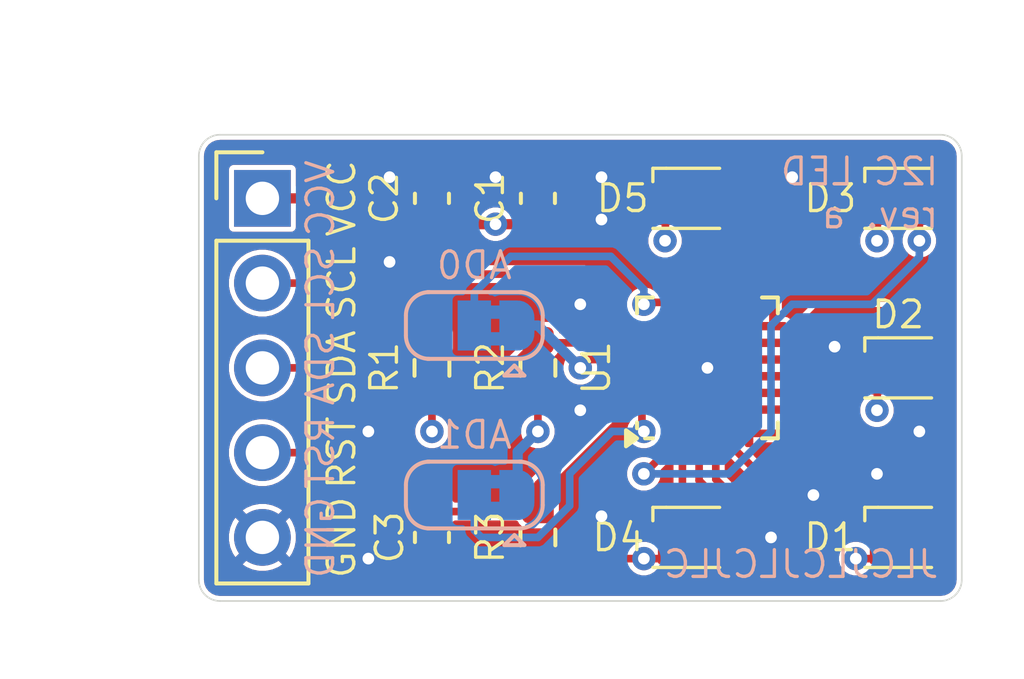
<source format=kicad_pcb>
(kicad_pcb (version 20241229) (generator "pcbnew") (generator_version "9.0")
  (title_block (title "${TITLE}") (rev "${REVISION}") (company "${COMPANY}") (comment 1 "${AUTHOR}") (comment 2 "${AUTHOR_EMAIL}") (comment 3 "${URL}"))
  (layers (0 "F.Cu" signal) (4 "In1.Cu" signal) (6 "In2.Cu" signal) (2 "B.Cu" signal) (13 "F.Paste" user) (15 "B.Paste" user) (5 "F.SilkS" user "F.Silkscreen") (7 "B.SilkS" user "B.Silkscreen") (1 "F.Mask" user) (3 "B.Mask" user) (25 "Edge.Cuts" user))
  (property "AUTHOR" "Lars Boegild Thomsen")
  (property "AUTHOR_EMAIL" "lbthomsen@gmail.com")
  (property "COMPANY" "STM32World")
  (property "REVISION" "a")
  (property "TITLE" "I2C LED")
  (property "URL" "https://stm32world.com/wiki/I2C_RGB_LED_Board")
  (net 0 "")
  (net 1 "GND")
  (net 2 "VCC")
  (net 3 "Net-(D1-RK)")
  (net 4 "Net-(D1-BK)")
  (net 5 "Net-(D1-GK)")
  (net 6 "Net-(D2-BK)")
  (net 7 "Net-(D2-GK)")
  (net 8 "Net-(D2-RK)")
  (net 9 "Net-(D3-GK)")
  (net 10 "Net-(D3-RK)")
  (net 11 "Net-(D3-BK)")
  (net 12 "Net-(D4-BK)")
  (net 13 "Net-(D4-GK)")
  (net 14 "Net-(D4-RK)")
  (net 15 "Net-(D5-BK)")
  (net 16 "Net-(D5-GK)")
  (net 17 "Net-(D5-RK)")
  (net 19 "/RSTN")
  (net 20 "/SCL")
  (net 21 "/SDA")
  (net 22 "AD0")
  (net 23 "AD1")
  (footprint "Capacitor_SMD:C_0603_1608Metric" (layer "F.Cu") (at 144.145 91.44 90)
    (property "Reference" "C1" (at 0 -1.43 90) (layer "F.SilkS") (effects (font (size 0.8 0.8) (thickness 0.1))))
    (property "Value" "1uF")
    (fp_line (start -0.14058 -0.51) (end 0.14058 -0.51) (stroke (width 0.12)) (layer "F.SilkS"))
    (fp_line (start -0.14058 0.51) (end 0.14058 0.51) (stroke (width 0.12)) (layer "F.SilkS"))
    (pad "1" smd roundrect (at -0.775 0 90) (size 0.9 0.95) (layers "F.Cu" "F.Mask" "F.Paste") (net 2 "VCC"))
    (pad "2" smd roundrect (at 0.775 0 90) (size 0.9 0.95) (layers "F.Cu" "F.Mask" "F.Paste") (net 1 "GND"))
  )
  (footprint "Resistor_SMD:R_0603_1608Metric" (layer "F.Cu") (at 144.145 96.52 90)
    (property "Reference" "R2" (at 0 -1.43 90) (layer "F.SilkS") (effects (font (size 0.8 0.8) (thickness 0.1))))
    (property "Value" "4k7")
    (fp_line (start -0.237258 -0.5225) (end 0.237258 -0.5225) (stroke (width 0.12)) (layer "F.SilkS"))
    (fp_line (start -0.237258 0.5225) (end 0.237258 0.5225) (stroke (width 0.12)) (layer "F.SilkS"))
    (pad "1" smd roundrect (at -0.825 0 90) (size 0.8 0.95) (layers "F.Cu" "F.Mask" "F.Paste") (net 2 "VCC"))
    (pad "2" smd roundrect (at 0.825 0 90) (size 0.8 0.95) (layers "F.Cu" "F.Mask" "F.Paste") (net 21 "/SDA"))
  )
  (footprint "i2c_led:RGB" (layer "F.Cu") (at 148.59 101.6)
    (property "Reference" "D4" (at -2.032 0 0) (layer "F.SilkS") (effects (font (size 0.8 0.8) (thickness 0.1))))
    (property "Value" "LED_RABG")
    (fp_line (start -1 -0.9) (end -1 -0.5) (stroke (width 0.1)) (layer "F.SilkS"))
    (fp_line (start -1 0.9) (end 1 0.9) (stroke (width 0.1)) (layer "F.SilkS"))
    (fp_line (start -0.6 -0.9) (end -1 -0.9) (stroke (width 0.1)) (layer "F.SilkS"))
    (fp_line (start -0.6 -0.9) (end 1 -0.9) (stroke (width 0.1)) (layer "F.SilkS"))
    (pad "1" smd roundrect (at -0.625 -0.475) (size 0.45 0.65) (layers "F.Cu" "F.Mask" "F.Paste") (roundrect_rratio 0.15) (net 14 "Net-(D4-RK)"))
    (pad "2" smd roundrect (at -0.625 0.475) (size 0.45 0.65) (layers "F.Cu" "F.Mask" "F.Paste") (roundrect_rratio 0.15) (net 2 "VCC"))
    (pad "3" smd roundrect (at 0.625 0.475) (size 0.45 0.65) (layers "F.Cu" "F.Mask" "F.Paste") (roundrect_rratio 0.15) (net 12 "Net-(D4-BK)"))
    (pad "4" smd roundrect (at 0.625 -0.475) (size 0.45 0.65) (layers "F.Cu" "F.Mask" "F.Paste") (roundrect_rratio 0.15) (net 13 "Net-(D4-GK)"))
  )
  (footprint "i2c_led:RGB" (layer "F.Cu") (at 154.94 101.6)
    (property "Reference" "D1" (at -2.032 0 0) (layer "F.SilkS") (effects (font (size 0.8 0.8) (thickness 0.1))))
    (property "Value" "LED_RABG")
    (fp_line (start -1 -0.9) (end -1 -0.5) (stroke (width 0.1)) (layer "F.SilkS"))
    (fp_line (start -1 0.9) (end 1 0.9) (stroke (width 0.1)) (layer "F.SilkS"))
    (fp_line (start -0.6 -0.9) (end -1 -0.9) (stroke (width 0.1)) (layer "F.SilkS"))
    (fp_line (start -0.6 -0.9) (end 1 -0.9) (stroke (width 0.1)) (layer "F.SilkS"))
    (pad "1" smd roundrect (at -0.625 -0.475) (size 0.45 0.65) (layers "F.Cu" "F.Mask" "F.Paste") (roundrect_rratio 0.15) (net 3 "Net-(D1-RK)"))
    (pad "2" smd roundrect (at -0.625 0.475) (size 0.45 0.65) (layers "F.Cu" "F.Mask" "F.Paste") (roundrect_rratio 0.15) (net 2 "VCC"))
    (pad "3" smd roundrect (at 0.625 0.475) (size 0.45 0.65) (layers "F.Cu" "F.Mask" "F.Paste") (roundrect_rratio 0.15) (net 4 "Net-(D1-BK)"))
    (pad "4" smd roundrect (at 0.625 -0.475) (size 0.45 0.65) (layers "F.Cu" "F.Mask" "F.Paste") (roundrect_rratio 0.15) (net 5 "Net-(D1-GK)"))
  )
  (footprint "Package_DFN_QFN:QFN-24-1EP_4x4mm_P0.5mm_EP2.7x2.7mm" (layer "F.Cu") (at 149.225 96.52 90)
    (property "Reference" "U1" (at 0 -3.33 90) (layer "F.SilkS") (effects (font (size 0.8 0.8) (thickness 0.1))))
    (property "Value" "AW9523B")
    (fp_line (start 2.11 -2.11) (end 2.11 -1.635) (stroke (width 0.12)) (layer "F.SilkS"))
    (fp_line (start 1.635 -2.11) (end 2.11 -2.11) (stroke (width 0.12)) (layer "F.SilkS"))
    (fp_line (start -1.635 -2.11) (end -1.81 -2.11) (stroke (width 0.12)) (layer "F.SilkS"))
    (fp_line (start -2.11 -1.635) (end -2.11 -1.87) (stroke (width 0.12)) (layer "F.SilkS"))
    (fp_line (start 2.11 2.11) (end 2.11 1.635) (stroke (width 0.12)) (layer "F.SilkS"))
    (fp_line (start 1.635 2.11) (end 2.11 2.11) (stroke (width 0.12)) (layer "F.SilkS"))
    (fp_line (start -1.635 2.11) (end -2.11 2.11) (stroke (width 0.12)) (layer "F.SilkS"))
    (fp_line (start -2.11 2.11) (end -2.11 1.635) (stroke (width 0.12)) (layer "F.SilkS"))
    (fp_poly (pts (xy -2.11 -2.11) (xy -2.35 -2.44) (xy -1.87 -2.44)) (stroke (width 0.12)) (fill yes) (layer "F.SilkS"))
    (pad "1" smd roundrect (at -1.9625 -1.25 90) (size 0.825 0.25) (layers "F.Cu" "F.Mask" "F.Paste") (net 11 "Net-(D3-BK)"))
    (pad "2" smd roundrect (at -1.9625 -0.75 90) (size 0.825 0.25) (layers "F.Cu" "F.Mask" "F.Paste") (net 14 "Net-(D4-RK)"))
    (pad "3" smd roundrect (at -1.9625 -0.25 90) (size 0.825 0.25) (layers "F.Cu" "F.Mask" "F.Paste") (net 13 "Net-(D4-GK)"))
    (pad "4" smd roundrect (at -1.9625 0.25 90) (size 0.825 0.25) (layers "F.Cu" "F.Mask" "F.Paste") (net 12 "Net-(D4-BK)"))
    (pad "5" smd roundrect (at -1.9625 0.75 90) (size 0.825 0.25) (layers "F.Cu" "F.Mask" "F.Paste") (net 3 "Net-(D1-RK)"))
    (pad "6" smd roundrect (at -1.9625 1.25 90) (size 0.825 0.25) (layers "F.Cu" "F.Mask" "F.Paste") (net 5 "Net-(D1-GK)"))
    (pad "7" smd roundrect (at -1.25 1.9625 90) (size 0.25 0.825) (layers "F.Cu" "F.Mask" "F.Paste") (net 4 "Net-(D1-BK)"))
    (pad "8" smd roundrect (at -0.75 1.9625 90) (size 0.25 0.825) (layers "F.Cu" "F.Mask" "F.Paste") (net 8 "Net-(D2-RK)"))
    (pad "9" smd roundrect (at -0.25 1.9625 90) (size 0.25 0.825) (layers "F.Cu" "F.Mask" "F.Paste") (net 1 "GND"))
    (pad "10" smd roundrect (at 0.25 1.9625 90) (size 0.25 0.825) (layers "F.Cu" "F.Mask" "F.Paste") (net 7 "Net-(D2-GK)"))
    (pad "11" smd roundrect (at 0.75 1.9625 90) (size 0.25 0.825) (layers "F.Cu" "F.Mask" "F.Paste") (net 6 "Net-(D2-BK)"))
    (pad "12" smd roundrect (at 1.25 1.9625 90) (size 0.25 0.825) (layers "F.Cu" "F.Mask" "F.Paste") (net 10 "Net-(D3-RK)"))
    (pad "13" smd roundrect (at 1.9625 1.25 90) (size 0.825 0.25) (layers "F.Cu" "F.Mask" "F.Paste") (net 9 "Net-(D3-GK)"))
    (pad "14" smd roundrect (at 1.9625 0.75 90) (size 0.825 0.25) (layers "F.Cu" "F.Mask" "F.Paste") (net 17 "Net-(D5-RK)"))
    (pad "15" smd roundrect (at 1.9625 0.25 90) (size 0.825 0.25) (layers "F.Cu" "F.Mask" "F.Paste") (net 16 "Net-(D5-GK)"))
    (pad "16" smd roundrect (at 1.9625 -0.25 90) (size 0.825 0.25) (layers "F.Cu" "F.Mask" "F.Paste") (net 15 "Net-(D5-BK)"))
    (pad "17" smd roundrect (at 1.9625 -0.75 90) (size 0.825 0.25) (layers "F.Cu" "F.Mask" "F.Paste"))
    (pad "18" smd roundrect (at 1.9625 -1.25 90) (size 0.825 0.25) (layers "F.Cu" "F.Mask" "F.Paste") (net 22 "AD0"))
    (pad "19" smd roundrect (at 1.25 -1.9625 90) (size 0.25 0.825) (layers "F.Cu" "F.Mask" "F.Paste") (net 20 "/SCL"))
    (pad "20" smd roundrect (at 0.75 -1.9625 90) (size 0.25 0.825) (layers "F.Cu" "F.Mask" "F.Paste") (net 21 "/SDA"))
    (pad "21" smd roundrect (at 0.25 -1.9625 90) (size 0.25 0.825) (layers "F.Cu" "F.Mask" "F.Paste") (net 2 "VCC"))
    (pad "22" smd roundrect (at -0.25 -1.9625 90) (size 0.25 0.825) (layers "F.Cu" "F.Mask" "F.Paste") (net 1 "GND"))
    (pad "23" smd roundrect (at -0.75 -1.9625 90) (size 0.25 0.825) (layers "F.Cu" "F.Mask" "F.Paste") (net 19 "/RSTN"))
    (pad "24" smd roundrect (at -1.25 -1.9625 90) (size 0.25 0.825) (layers "F.Cu" "F.Mask" "F.Paste") (net 23 "AD1"))
    (pad "25" smd rect (at 0 0 90) (size 2.7 2.7) (property pad_prop_heatsink) (layers "F.Cu" "F.Mask") (net 1 "GND"))
  )
  (footprint "i2c_led:RGB" (layer "F.Cu") (at 154.94 91.44)
    (property "Reference" "D3" (at -2.032 0 0) (layer "F.SilkS") (effects (font (size 0.8 0.8) (thickness 0.1))))
    (property "Value" "LED_RABG")
    (fp_line (start -1 -0.9) (end -1 -0.5) (stroke (width 0.1)) (layer "F.SilkS"))
    (fp_line (start -1 0.9) (end 1 0.9) (stroke (width 0.1)) (layer "F.SilkS"))
    (fp_line (start -0.6 -0.9) (end -1 -0.9) (stroke (width 0.1)) (layer "F.SilkS"))
    (fp_line (start -0.6 -0.9) (end 1 -0.9) (stroke (width 0.1)) (layer "F.SilkS"))
    (pad "1" smd roundrect (at -0.625 -0.475) (size 0.45 0.65) (layers "F.Cu" "F.Mask" "F.Paste") (roundrect_rratio 0.15) (net 10 "Net-(D3-RK)"))
    (pad "2" smd roundrect (at -0.625 0.475) (size 0.45 0.65) (layers "F.Cu" "F.Mask" "F.Paste") (roundrect_rratio 0.15) (net 2 "VCC"))
    (pad "3" smd roundrect (at 0.625 0.475) (size 0.45 0.65) (layers "F.Cu" "F.Mask" "F.Paste") (roundrect_rratio 0.15) (net 11 "Net-(D3-BK)"))
    (pad "4" smd roundrect (at 0.625 -0.475) (size 0.45 0.65) (layers "F.Cu" "F.Mask" "F.Paste") (roundrect_rratio 0.15) (net 9 "Net-(D3-GK)"))
  )
  (footprint "i2c_led:RGB" (layer "F.Cu") (at 148.59 91.44)
    (property "Reference" "D5" (at -1.905 0 0) (layer "F.SilkS") (effects (font (size 0.8 0.8) (thickness 0.1))))
    (property "Value" "LED_RABG")
    (fp_line (start -1 -0.9) (end -1 -0.5) (stroke (width 0.1)) (layer "F.SilkS"))
    (fp_line (start -1 0.9) (end 1 0.9) (stroke (width 0.1)) (layer "F.SilkS"))
    (fp_line (start -0.6 -0.9) (end -1 -0.9) (stroke (width 0.1)) (layer "F.SilkS"))
    (fp_line (start -0.6 -0.9) (end 1 -0.9) (stroke (width 0.1)) (layer "F.SilkS"))
    (pad "1" smd roundrect (at -0.625 -0.475) (size 0.45 0.65) (layers "F.Cu" "F.Mask" "F.Paste") (roundrect_rratio 0.15) (net 17 "Net-(D5-RK)"))
    (pad "2" smd roundrect (at -0.625 0.475) (size 0.45 0.65) (layers "F.Cu" "F.Mask" "F.Paste") (roundrect_rratio 0.15) (net 2 "VCC"))
    (pad "3" smd roundrect (at 0.625 0.475) (size 0.45 0.65) (layers "F.Cu" "F.Mask" "F.Paste") (roundrect_rratio 0.15) (net 15 "Net-(D5-BK)"))
    (pad "4" smd roundrect (at 0.625 -0.475) (size 0.45 0.65) (layers "F.Cu" "F.Mask" "F.Paste") (roundrect_rratio 0.15) (net 16 "Net-(D5-GK)"))
  )
  (footprint "Resistor_SMD:R_0603_1608Metric" (layer "F.Cu") (at 144.145 101.6 90)
    (property "Reference" "R3" (at 0 -1.43 90) (layer "F.SilkS") (effects (font (size 0.8 0.8) (thickness 0.1))))
    (property "Value" "10k")
    (fp_line (start -0.237258 -0.5225) (end 0.237258 -0.5225) (stroke (width 0.12)) (layer "F.SilkS"))
    (fp_line (start -0.237258 0.5225) (end 0.237258 0.5225) (stroke (width 0.12)) (layer "F.SilkS"))
    (pad "1" smd roundrect (at -0.825 0 90) (size 0.8 0.95) (layers "F.Cu" "F.Mask" "F.Paste") (net 2 "VCC"))
    (pad "2" smd roundrect (at 0.825 0 90) (size 0.8 0.95) (layers "F.Cu" "F.Mask" "F.Paste") (net 19 "/RSTN"))
  )
  (footprint "i2c_led:RGB" (layer "F.Cu") (at 154.94 96.52)
    (property "Reference" "D2" (at 0 -1.6 0) (layer "F.SilkS") (effects (font (size 0.8 0.8) (thickness 0.1))))
    (property "Value" "LED_RABG")
    (fp_line (start -1 -0.9) (end -1 -0.5) (stroke (width 0.1)) (layer "F.SilkS"))
    (fp_line (start -1 0.9) (end 1 0.9) (stroke (width 0.1)) (layer "F.SilkS"))
    (fp_line (start -0.6 -0.9) (end -1 -0.9) (stroke (width 0.1)) (layer "F.SilkS"))
    (fp_line (start -0.6 -0.9) (end 1 -0.9) (stroke (width 0.1)) (layer "F.SilkS"))
    (pad "1" smd roundrect (at -0.625 -0.475) (size 0.45 0.65) (layers "F.Cu" "F.Mask" "F.Paste") (roundrect_rratio 0.15) (net 8 "Net-(D2-RK)"))
    (pad "2" smd roundrect (at -0.625 0.475) (size 0.45 0.65) (layers "F.Cu" "F.Mask" "F.Paste") (roundrect_rratio 0.15) (net 2 "VCC"))
    (pad "3" smd roundrect (at 0.625 0.475) (size 0.45 0.65) (layers "F.Cu" "F.Mask" "F.Paste") (roundrect_rratio 0.15) (net 6 "Net-(D2-BK)"))
    (pad "4" smd roundrect (at 0.625 -0.475) (size 0.45 0.65) (layers "F.Cu" "F.Mask" "F.Paste") (roundrect_rratio 0.15) (net 7 "Net-(D2-GK)"))
  )
  (footprint "Capacitor_SMD:C_0603_1608Metric" (layer "F.Cu") (at 140.97 101.6 -90)
    (property "Reference" "C3" (at 0 1.27 90) (layer "F.SilkS") (effects (font (size 0.8 0.8) (thickness 0.1))))
    (property "Value" "1uF")
    (fp_line (start -0.14058 0.51) (end 0.14058 0.51) (stroke (width 0.12)) (layer "F.SilkS"))
    (fp_line (start -0.14058 -0.51) (end 0.14058 -0.51) (stroke (width 0.12)) (layer "F.SilkS"))
    (pad "1" smd roundrect (at -0.775 0 270) (size 0.9 0.95) (layers "F.Cu" "F.Mask" "F.Paste") (net 19 "/RSTN"))
    (pad "2" smd roundrect (at 0.775 0 270) (size 0.9 0.95) (layers "F.Cu" "F.Mask" "F.Paste") (net 1 "GND"))
  )
  (footprint "Resistor_SMD:R_0603_1608Metric" (layer "F.Cu") (at 140.97 96.52 90)
    (property "Reference" "R1" (at 0 -1.43 90) (layer "F.SilkS") (effects (font (size 0.8 0.8) (thickness 0.1))))
    (property "Value" "4k7")
    (fp_line (start -0.237258 -0.5225) (end 0.237258 -0.5225) (stroke (width 0.12)) (layer "F.SilkS"))
    (fp_line (start -0.237258 0.5225) (end 0.237258 0.5225) (stroke (width 0.12)) (layer "F.SilkS"))
    (pad "1" smd roundrect (at -0.825 0 90) (size 0.8 0.95) (layers "F.Cu" "F.Mask" "F.Paste") (net 2 "VCC"))
    (pad "2" smd roundrect (at 0.825 0 90) (size 0.8 0.95) (layers "F.Cu" "F.Mask" "F.Paste") (net 20 "/SCL"))
  )
  (footprint "Connector_PinHeader_2.54mm:PinHeader_1x05_P2.54mm_Vertical" (layer "F.Cu") (at 135.89 91.44)
    (property "Reference" "J1" (hide yes))
    (property "Value" "Conn_01x05" (hide yes))
    (fp_line (start -1.38 -1.38) (end 0 -1.38) (stroke (width 0.12)) (layer "F.SilkS"))
    (fp_line (start -1.38 0) (end -1.38 -1.38) (stroke (width 0.12)) (layer "F.SilkS"))
    (fp_line (start -1.38 1.27) (end -1.38 11.54) (stroke (width 0.12)) (layer "F.SilkS"))
    (fp_line (start -1.38 1.27) (end 1.38 1.27) (stroke (width 0.12)) (layer "F.SilkS"))
    (fp_line (start -1.38 11.54) (end 1.38 11.54) (stroke (width 0.12)) (layer "F.SilkS"))
    (fp_line (start 1.38 1.27) (end 1.38 11.54) (stroke (width 0.12)) (layer "F.SilkS"))
    (pad "1" thru_hole rect (at 0 0) (size 1.7 1.7) (drill 1) (layers "*.Cu" "*.Mask") (net 2 "VCC"))
    (pad "2" thru_hole circle (at 0 2.54) (size 1.7 1.7) (drill 1) (layers "*.Cu" "*.Mask") (net 20 "/SCL"))
    (pad "3" thru_hole circle (at 0 5.08) (size 1.7 1.7) (drill 1) (layers "*.Cu" "*.Mask") (net 21 "/SDA"))
    (pad "4" thru_hole circle (at 0 7.62) (size 1.7 1.7) (drill 1) (layers "*.Cu" "*.Mask") (net 19 "/RSTN"))
    (pad "5" thru_hole circle (at 0 10.16) (size 1.7 1.7) (drill 1) (layers "*.Cu" "*.Mask") (net 1 "GND"))
  )
  (footprint "Capacitor_SMD:C_0603_1608Metric" (layer "F.Cu") (at 140.97 91.44 90)
    (property "Reference" "C2" (at 0 -1.43 90) (layer "F.SilkS") (effects (font (size 0.8 0.8) (thickness 0.1))))
    (property "Value" "100nF")
    (fp_line (start -0.14058 -0.51) (end 0.14058 -0.51) (stroke (width 0.12)) (layer "F.SilkS"))
    (fp_line (start -0.14058 0.51) (end 0.14058 0.51) (stroke (width 0.12)) (layer "F.SilkS"))
    (pad "1" smd roundrect (at -0.775 0 90) (size 0.9 0.95) (layers "F.Cu" "F.Mask" "F.Paste") (net 2 "VCC"))
    (pad "2" smd roundrect (at 0.775 0 90) (size 0.9 0.95) (layers "F.Cu" "F.Mask" "F.Paste") (net 1 "GND"))
  )
  (footprint "Jumper:SolderJumper-3_P1.3mm_Bridged2Bar12_RoundedPad1.0x1.5mm" (layer "B.Cu") (at 142.24 100.33 180)
    (property "Reference" "AD1" (at 0 1.8 0) (layer "B.SilkS") (effects (font (size 0.8 0.8) (thickness 0.1)) (justify mirror)))
    (property "Value" "SolderJumper_3_Bridged12")
    (fp_poly (pts (xy -0.9 0.6) (xy -0.4 0.6) (xy -0.4 0.2) (xy -0.9 0.2)) (fill yes) (layer "B.Cu"))
    (fp_poly (pts (xy -0.9 -0.2) (xy -0.4 -0.2) (xy -0.4 -0.6) (xy -0.9 -0.6)) (fill yes) (layer "B.Cu"))
    (fp_line (start 2.05 0.3) (end 2.05 -0.3) (stroke (width 0.12)) (layer "B.SilkS"))
    (fp_line (start 1.4 -1) (end -1.4 -1) (stroke (width 0.12)) (layer "B.SilkS"))
    (fp_line (start -1.2 -1.2) (end -0.9 -1.5) (stroke (width 0.12)) (layer "B.SilkS"))
    (fp_line (start -1.2 -1.2) (end -1.5 -1.5) (stroke (width 0.12)) (layer "B.SilkS"))
    (fp_line (start -1.4 1) (end 1.4 1) (stroke (width 0.12)) (layer "B.SilkS"))
    (fp_line (start -1.5 -1.5) (end -0.9 -1.5) (stroke (width 0.12)) (layer "B.SilkS"))
    (fp_line (start -2.05 -0.3) (end -2.05 0.3) (stroke (width 0.12)) (layer "B.SilkS"))
    (fp_arc (start 2.05 0.3) (mid 1.844975 0.794975) (end 1.35 1) (stroke (width 0.12)) (layer "B.SilkS"))
    (fp_arc (start 1.35 -1) (mid 1.844975 -0.794975) (end 2.05 -0.3) (stroke (width 0.12)) (layer "B.SilkS"))
    (fp_arc (start -1.35 1) (mid -1.844975 0.794975) (end -2.05 0.3) (stroke (width 0.12)) (layer "B.SilkS"))
    (fp_arc (start -2.05 -0.3) (mid -1.844975 -0.794975) (end -1.35 -1) (stroke (width 0.12)) (layer "B.SilkS"))
    (pad "1" smd custom (at -1.3 0 180) (size 1 0.5) (layers "B.Cu" "B.Mask") (net 2 "VCC") (options (clearance outline) (anchor rect)) (primitives (gr_circle (center 0 -0.25) (end 0.5 -0.25) (width 0) (fill yes)) (gr_circle (center 0 0.25) (end 0.5 0.25) (width 0) (fill yes)) (gr_poly (pts (xy 0.55 -0.75) (xy 0 -0.75) (xy 0 0.75) (xy 0.55 0.75)) (width 0) (fill yes))))
    (pad "2" smd rect (at 0 0 180) (size 1 1.5) (layers "B.Cu" "B.Mask") (net 23 "AD1"))
    (pad "3" smd custom (at 1.3 0 180) (size 1 0.5) (layers "B.Cu" "B.Mask") (net 1 "GND") (options (clearance outline) (anchor rect)) (primitives (gr_circle (center 0 -0.25) (end 0.5 -0.25) (width 0) (fill yes)) (gr_circle (center 0 0.25) (end 0.5 0.25) (width 0) (fill yes)) (gr_poly (pts (xy 0 -0.75) (xy -0.55 -0.75) (xy -0.55 0.75) (xy 0 0.75)) (width 0) (fill yes))))
  )
  (footprint "Jumper:SolderJumper-3_P1.3mm_Bridged2Bar12_RoundedPad1.0x1.5mm" (layer "B.Cu") (at 142.24 95.25 180)
    (property "Reference" "AD0" (at 0 1.8 0) (layer "B.SilkS") (effects (font (size 0.8 0.8) (thickness 0.1)) (justify mirror)))
    (property "Value" "SolderJumper_3_Bridged12")
    (fp_poly (pts (xy -0.9 0.6) (xy -0.4 0.6) (xy -0.4 0.2) (xy -0.9 0.2)) (fill yes) (layer "B.Cu"))
    (fp_poly (pts (xy -0.9 -0.2) (xy -0.4 -0.2) (xy -0.4 -0.6) (xy -0.9 -0.6)) (fill yes) (layer "B.Cu"))
    (fp_line (start 2.05 0.3) (end 2.05 -0.3) (stroke (width 0.12)) (layer "B.SilkS"))
    (fp_line (start 1.4 -1) (end -1.4 -1) (stroke (width 0.12)) (layer "B.SilkS"))
    (fp_line (start -1.2 -1.2) (end -0.9 -1.5) (stroke (width 0.12)) (layer "B.SilkS"))
    (fp_line (start -1.2 -1.2) (end -1.5 -1.5) (stroke (width 0.12)) (layer "B.SilkS"))
    (fp_line (start -1.4 1) (end 1.4 1) (stroke (width 0.12)) (layer "B.SilkS"))
    (fp_line (start -1.5 -1.5) (end -0.9 -1.5) (stroke (width 0.12)) (layer "B.SilkS"))
    (fp_line (start -2.05 -0.3) (end -2.05 0.3) (stroke (width 0.12)) (layer "B.SilkS"))
    (fp_arc (start 2.05 0.3) (mid 1.844975 0.794975) (end 1.35 1) (stroke (width 0.12)) (layer "B.SilkS"))
    (fp_arc (start 1.35 -1) (mid 1.844975 -0.794975) (end 2.05 -0.3) (stroke (width 0.12)) (layer "B.SilkS"))
    (fp_arc (start -1.35 1) (mid -1.844975 0.794975) (end -2.05 0.3) (stroke (width 0.12)) (layer "B.SilkS"))
    (fp_arc (start -2.05 -0.3) (mid -1.844975 -0.794975) (end -1.35 -1) (stroke (width 0.12)) (layer "B.SilkS"))
    (pad "1" smd custom (at -1.3 0 180) (size 1 0.5) (layers "B.Cu" "B.Mask") (net 2 "VCC") (options (clearance outline) (anchor rect)) (primitives (gr_circle (center 0 -0.25) (end 0.5 -0.25) (width 0) (fill yes)) (gr_circle (center 0 0.25) (end 0.5 0.25) (width 0) (fill yes)) (gr_poly (pts (xy 0.55 -0.75) (xy 0 -0.75) (xy 0 0.75) (xy 0.55 0.75)) (width 0) (fill yes))))
    (pad "2" smd rect (at 0 0 180) (size 1 1.5) (layers "B.Cu" "B.Mask") (net 22 "AD0"))
    (pad "3" smd custom (at 1.3 0 180) (size 1 0.5) (layers "B.Cu" "B.Mask") (net 1 "GND") (options (clearance outline) (anchor rect)) (primitives (gr_circle (center 0 -0.25) (end 0.5 -0.25) (width 0) (fill yes)) (gr_circle (center 0 0.25) (end 0.5 0.25) (width 0) (fill yes)) (gr_poly (pts (xy 0 -0.75) (xy -0.55 -0.75) (xy -0.55 0.75) (xy 0 0.75)) (width 0) (fill yes))))
  )
  (gr_arc (start 134.62 103.505) (mid 134.170987 103.319013) (end 133.985 102.87) (stroke (width 0.05)) (layer "Edge.Cuts"))
  (gr_arc (start 156.845 102.87) (mid 156.659013 103.319013) (end 156.21 103.505) (stroke (width 0.05)) (layer "Edge.Cuts"))
  (gr_line (start 134.62 89.535) (end 156.21 89.535) (stroke (width 0.05)) (layer "Edge.Cuts"))
  (gr_line (start 156.21 103.505) (end 134.62 103.505) (stroke (width 0.05)) (layer "Edge.Cuts"))
  (gr_arc (start 133.985 90.17) (mid 134.170987 89.720987) (end 134.62 89.535) (stroke (width 0.05)) (layer "Edge.Cuts"))
  (gr_line (start 133.985 102.87) (end 133.985 90.17) (stroke (width 0.05)) (layer "Edge.Cuts"))
  (gr_arc (start 156.21 89.535) (mid 156.659013 89.720987) (end 156.845 90.17) (stroke (width 0.05)) (layer "Edge.Cuts"))
  (gr_line (start 156.845 90.17) (end 156.845 102.87) (stroke (width 0.05)) (layer "Edge.Cuts"))
  (gr_text "SCL" (at 137.795 93.98 90) (layer "F.SilkS") (effects (font (size 0.8 0.8) (thickness 0.1)) (justify top)))
  (gr_text "SDA" (at 137.795 96.52 90) (layer "F.SilkS") (effects (font (size 0.8 0.8) (thickness 0.1)) (justify top)))
  (gr_text "VCC" (at 137.795 91.44 -270) (layer "F.SilkS") (effects (font (size 0.8 0.8) (thickness 0.1)) (justify top)))
  (gr_text "RST" (at 137.795 99.06 90) (layer "F.SilkS") (effects (font (size 0.8 0.8) (thickness 0.1)) (justify top)))
  (gr_text "GND" (at 137.795 101.6 90) (layer "F.SilkS") (effects (font (size 0.8 0.8) (thickness 0.1)) (justify top)))
  (gr_text "${TITLE}\nrev. ${REVISION}" (at 156.21 90.17 0) (layer "B.SilkS") (effects (font (size 0.8 0.8) (thickness 0.1)) (justify left top mirror)))
  (gr_text "RST" (at 137.16 99.06 90) (layer "B.SilkS") (effects (font (size 0.8 0.8) (thickness 0.1)) (justify top mirror)))
  (gr_text "SCL" (at 137.16 93.98 90) (layer "B.SilkS") (effects (font (size 0.8 0.8) (thickness 0.1)) (justify top mirror)))
  (gr_text "GND" (at 137.16 101.6 90) (layer "B.SilkS") (effects (font (size 0.8 0.8) (thickness 0.1)) (justify top mirror)))
  (gr_text "JLCJLCJLCJLC" (at 156.21 102.87 0) (layer "B.SilkS") (effects (font (size 0.8 0.8) (thickness 0.1)) (justify left bottom mirror)))
  (gr_text "SDA" (at 137.16 96.52 90) (layer "B.SilkS") (effects (font (size 0.8 0.8) (thickness 0.1)) (justify top mirror)))
  (gr_text "VCC" (at 137.16 91.44 90) (layer "B.SilkS") (effects (font (size 0.8 0.8) (thickness 0.1)) (justify top mirror)))
  (segment (start 147.3895 96.77) (end 149.102 96.77) (width 0.2286) (layer "F.Cu") (net 1))
  (segment (start 151.3145 96.77) (end 149.602 96.77) (width 0.2286) (layer "F.Cu") (net 1))
  (via (at 151.13 101.6) (size 0.7) (drill 0.35) (layers "F.Cu" "B.Cu") (net 1))
  (via (at 149.225 96.52) (size 0.7) (drill 0.35) (layers "F.Cu" "B.Cu") (net 1))
  (via (at 145.415 97.79) (size 0.7) (drill 0.35) (layers "F.Cu" "B.Cu") (net 1))
  (via (at 139.7 90.805) (size 0.7) (drill 0.35) (layers "F.Cu" "B.Cu") (net 1))
  (via (at 151.765 90.805) (size 0.7) (drill 0.35) (layers "F.Cu" "B.Cu") (net 1))
  (via (at 142.875 90.805) (size 0.7) (drill 0.35) (layers "F.Cu" "B.Cu") (net 1))
  (via (at 139.065 102.235) (size 0.7) (drill 0.35) (layers "F.Cu" "B.Cu") (net 1))
  (via (at 153.035 95.885) (size 0.7) (drill 0.35) (layers "F.Cu" "B.Cu") (net 1))
  (via (at 155.575 98.425) (size 0.7) (drill 0.35) (layers "F.Cu" "B.Cu") (net 1))
  (via (at 146.05 100.965) (size 0.7) (drill 0.35) (layers "F.Cu" "B.Cu") (net 1))
  (via (at 146.05 90.805) (size 0.7) (drill 0.35) (layers "F.Cu" "B.Cu") (net 1))
  (via (at 139.065 98.425) (size 0.7) (drill 0.35) (layers "F.Cu" "B.Cu") (net 1))
  (via (at 139.7 93.345) (size 0.7) (drill 0.35) (layers "F.Cu" "B.Cu") (net 1))
  (via (at 146.05 92.075) (size 0.7) (drill 0.35) (layers "F.Cu" "B.Cu") (net 1))
  (via (at 152.4 100.33) (size 0.7) (drill 0.35) (layers "F.Cu" "B.Cu") (net 1))
  (via (at 154.305 99.695) (size 0.7) (drill 0.35) (layers "F.Cu" "B.Cu") (net 1))
  (via (at 145.415 94.615) (size 0.7) (drill 0.35) (layers "F.Cu" "B.Cu") (net 1))
  (segment (start 137.945 92.215) (end 137.17 91.44) (width 0.3048) (layer "F.Cu") (net 2))
  (segment (start 147.32 102.235) (end 146.24 102.235) (width 0.2286) (layer "F.Cu") (net 2))
  (segment (start 154.155 102.235) (end 154.315 102.075) (width 0.2286) (layer "F.Cu") (net 2))
  (segment (start 147.32 102.235) (end 147.805 102.235) (width 0.2286) (layer "F.Cu") (net 2))
  (segment (start 154.315 97.78) (end 154.305 97.79) (width 0.2286) (layer "F.Cu") (net 2))
  (segment (start 137.17 91.44) (end 135.89 91.44) (width 0.3048) (layer "F.Cu") (net 2))
  (segment (start 147.965 91.915) (end 147.965 92.7) (width 0.2286) (layer "F.Cu") (net 2))
  (segment (start 140.97 97.345) (end 140.97 98.425) (width 0.2286) (layer "F.Cu") (net 2))
  (segment (start 147.965 92.7) (end 147.955 92.71) (width 0.2286) (layer "F.Cu") (net 2))
  (segment (start 146.24 102.235) (end 146.05 102.425) (width 0.2286) (layer "F.Cu") (net 2))
  (segment (start 144.145 97.345) (end 144.145 98.425) (width 0.2286) (layer "F.Cu") (net 2))
  (segment (start 147.2625 96.27) (end 145.665 96.27) (width 0.2286) (layer "F.Cu") (net 2))
  (segment (start 154.315 92.7) (end 154.305 92.71) (width 0.2286) (layer "F.Cu") (net 2))
  (segment (start 153.67 102.235) (end 154.155 102.235) (width 0.2286) (layer "F.Cu") (net 2))
  (segment (start 147.805 102.235) (end 147.965 102.075) (width 0.2286) (layer "F.Cu") (net 2))
  (segment (start 145.665 96.27) (end 145.415 96.52) (width 0.2286) (layer "F.Cu") (net 2))
  (segment (start 140.97 92.215) (end 142.875 92.215) (width 0.3048) (layer "F.Cu") (net 2))
  (segment (start 142.875 92.215) (end 144.145 92.215) (width 0.3048) (layer "F.Cu") (net 2))
  (segment (start 144.145 102.425) (end 146.05 102.425) (width 0.2286) (layer "F.Cu") (net 2))
  (segment (start 154.315 96.995) (end 154.315 97.78) (width 0.2286) (layer "F.Cu") (net 2))
  (segment (start 140.97 92.215) (end 137.945 92.215) (width 0.3048) (layer "F.Cu") (net 2))
  (segment (start 154.315 91.915) (end 154.315 92.7) (width 0.2286) (layer "F.Cu") (net 2))
  (via (at 145.415 96.52) (size 0.7) (drill 0.35) (layers "F.Cu" "B.Cu") (net 2))
  (via (at 140.97 98.425) (size 0.7) (drill 0.35) (layers "F.Cu" "B.Cu") (net 2))
  (via (at 154.305 92.71) (size 0.7) (drill 0.35) (layers "F.Cu" "B.Cu") (net 2))
  (via (at 147.955 92.71) (size 0.7) (drill 0.35) (layers "F.Cu" "B.Cu") (net 2))
  (via (at 154.305 97.79) (size 0.7) (drill 0.35) (layers "F.Cu" "B.Cu") (net 2))
  (via (at 153.67 102.235) (size 0.7) (drill 0.35) (layers "F.Cu" "B.Cu") (net 2))
  (via (at 142.875 92.215) (size 0.7) (drill 0.35) (layers "F.Cu" "B.Cu") (net 2))
  (via (at 144.145 98.425) (size 0.7) (drill 0.35) (layers "F.Cu" "B.Cu") (net 2))
  (via (at 147.32 102.235) (size 0.7) (drill 0.35) (layers "F.Cu" "B.Cu") (net 2))
  (segment (start 143.54 100.33) (end 143.54 99.03) (width 0.3048) (layer "B.Cu") (net 2))
  (segment (start 145.415 96.52) (end 144.145 95.25) (width 0.3048) (layer "B.Cu") (net 2))
  (segment (start 143.54 95.25) (end 144.145 95.25) (width 0.3048) (layer "B.Cu") (net 2))
  (segment (start 143.54 99.03) (end 144.145 98.425) (width 0.3048) (layer "B.Cu") (net 2))
  (segment (start 149.975 98.894999) (end 149.975 98.4825) (width 0.2286) (layer "F.Cu") (net 3))
  (segment (start 154.315 101.125) (end 152.205001 101.125) (width 0.2286) (layer "F.Cu") (net 3))
  (segment (start 152.205001 101.125) (end 149.975 98.894999) (width 0.2286) (layer "F.Cu") (net 3))
  (segment (start 155.565 102.075) (end 155.735 102.075) (width 0.2286) (layer "F.Cu") (net 4))
  (segment (start 155.735 102.075) (end 156.21 101.6) (width 0.2286) (layer "F.Cu") (net 4))
  (segment (start 153.087958 99.007042) (end 151.850916 97.77) (width 0.2286) (layer "F.Cu") (net 4))
  (segment (start 156.21 100.33) (end 154.887042 99.007042) (width 0.2286) (layer "F.Cu") (net 4))
  (segment (start 156.21 101.6) (end 156.21 100.33) (width 0.2286) (layer "F.Cu") (net 4))
  (segment (start 154.887042 99.007042) (end 153.087958 99.007042) (width 0.2286) (layer "F.Cu") (net 4))
  (segment (start 151.850916 97.77) (end 151.1875 97.77) (width 0.2286) (layer "F.Cu") (net 4))
  (segment (start 153.8723 100.5323) (end 151.8225 98.4825) (width 0.2286) (layer "F.Cu") (net 5))
  (segment (start 154.9723 100.5323) (end 153.8723 100.5323) (width 0.2286) (layer "F.Cu") (net 5))
  (segment (start 151.8225 98.4825) (end 150.475 98.4825) (width 0.2286) (layer "F.Cu") (net 5))
  (segment (start 155.565 101.125) (end 154.9723 100.5323) (width 0.2286) (layer "F.Cu") (net 5))
  (segment (start 156.21 95.799084) (end 156.21 96.35) (width 0.2286) (layer "F.Cu") (net 6))
  (segment (start 151.1875 95.77) (end 151.568706 95.77) (width 0.2286) (layer "F.Cu") (net 6))
  (segment (start 155.219916 94.809) (end 156.21 95.799084) (width 0.2286) (layer "F.Cu") (net 6))
  (segment (start 156.21 96.35) (end 155.565 96.995) (width 0.2286) (layer "F.Cu") (net 6))
  (segment (start 151.568706 95.77) (end 152.529706 94.809) (width 0.2286) (layer "F.Cu") (net 6))
  (segment (start 152.529706 94.809) (end 155.219916 94.809) (width 0.2286) (layer "F.Cu") (net 6))
  (segment (start 151.572948 95.77) (end 151.1875 95.77) (width 0.2286) (layer "F.Cu") (net 6))
  (segment (start 154.71 95.19) (end 155.565 96.045) (width 0.2286) (layer "F.Cu") (net 7))
  (segment (start 151.1875 96.27) (end 151.611764 96.27) (width 0.2286) (layer "F.Cu") (net 7))
  (segment (start 152.691764 95.19) (end 154.71 95.19) (width 0.2286) (layer "F.Cu") (net 7))
  (segment (start 151.611764 96.27) (end 152.691764 95.19) (width 0.2286) (layer "F.Cu") (net 7))
  (segment (start 153.09 97.27) (end 151.1875 97.27) (width 0.2286) (layer "F.Cu") (net 8))
  (segment (start 154.315 96.045) (end 153.09 97.27) (width 0.2286) (layer "F.Cu") (net 8))
  (segment (start 154.9723 90.3723) (end 153.93793 90.3723) (width 0.2286) (layer "F.Cu") (net 9))
  (segment (start 155.565 90.965) (end 154.9723 90.3723) (width 0.2286) (layer "F.Cu") (net 9))
  (segment (start 153.93793 90.3723) (end 150.475 93.83523) (width 0.2286) (layer "F.Cu") (net 9))
  (segment (start 150.475 93.83523) (end 150.475 94.5575) (width 0.2286) (layer "F.Cu") (net 9))
  (segment (start 154.315 90.965) (end 151.1875 94.0925) (width 0.2286) (layer "F.Cu") (net 10))
  (segment (start 151.1875 94.0925) (end 151.1875 95.27) (width 0.2286) (layer "F.Cu") (net 10))
  (segment (start 147.975 98.4825) (end 147.975 99.04) (width 0.2286) (layer "F.Cu") (net 11))
  (segment (start 147.975 99.04) (end 147.32 99.695) (width 0.2286) (layer "F.Cu") (net 11))
  (segment (start 155.575 92.71) (end 155.575 91.925) (width 0.2286) (layer "F.Cu") (net 11))
  (via (at 147.32 99.695) (size 0.7) (drill 0.35) (layers "F.Cu" "B.Cu") (net 11))
  (via (at 155.575 92.71) (size 0.7) (drill 0.35) (layers "F.Cu" "B.Cu") (net 11))
  (segment (start 149.86 99.695) (end 147.32 99.695) (width 0.2286) (layer "B.Cu") (net 11))
  (segment (start 151.765 94.615) (end 151.13 95.25) (width 0.2286) (layer "B.Cu") (net 11))
  (segment (start 151.765 94.615) (end 154.16 94.615) (width 0.2286) (layer "B.Cu") (net 11))
  (segment (start 151.13 95.25) (end 151.13 98.425) (width 0.2286) (layer "B.Cu") (net 11))
  (segment (start 155.575 93.2) (end 154.16 94.615) (width 0.2286) (layer "B.Cu") (net 11))
  (segment (start 155.575 92.71) (end 155.575 93.2) (width 0.2286) (layer "B.Cu") (net 11))
  (segment (start 151.13 98.425) (end 149.86 99.695) (width 0.2286) (layer "B.Cu") (net 11))
  (segment (start 149.7077 101.5823) (end 149.215 102.075) (width 0.2286) (layer "F.Cu") (net 12))
  (segment (start 149.475 98.4825) (end 149.475 99.856185) (width 0.2286) (layer "F.Cu") (net 12))
  (segment (start 149.475 99.856185) (end 149.7077 100.088885) (width 0.2286) (layer "F.Cu") (net 12))
  (segment (start 149.7077 100.088885) (end 149.7077 101.5823) (width 0.2286) (layer "F.Cu") (net 12))
  (segment (start 149.215 100.135) (end 148.975 99.895) (width 0.2286) (layer "F.Cu") (net 13))
  (segment (start 149.215 101.125) (end 149.215 100.135) (width 0.2286) (layer "F.Cu") (net 13))
  (segment (start 148.975 99.895) (end 148.975 98.4825) (width 0.2286) (layer "F.Cu") (net 13))
  (segment (start 148.475 100.615) (end 148.475 98.4825) (width 0.2286) (layer "F.Cu") (net 14))
  (segment (start 147.965 101.125) (end 148.475 100.615) (width 0.2286) (layer "F.Cu") (net 14))
  (segment (start 148.975 92.805) (end 149.215 92.565) (width 0.2286) (layer "F.Cu") (net 15))
  (segment (start 149.215 92.565) (end 149.215 91.915) (width 0.2286) (layer "F.Cu") (net 15))
  (segment (start 148.975 94.5575) (end 148.975 92.805) (width 0.2286) (layer "F.Cu") (net 15))
  (segment (start 149.215 90.965) (end 149.745 90.965) (width 0.2286) (layer "F.Cu") (net 16))
  (segment (start 149.475 93.255) (end 149.475 94.5575) (width 0.2286) (layer "F.Cu") (net 16))
  (segment (start 150.12 91.34) (end 150.12 92.61) (width 0.2286) (layer "F.Cu") (net 16))
  (segment (start 149.745 90.965) (end 150.12 91.34) (width 0.2286) (layer "F.Cu") (net 16))
  (segment (start 150.12 92.61) (end 149.475 93.255) (width 0.2286) (layer "F.Cu") (net 16))
  (segment (start 150.545 91.005) (end 150.545 93.225) (width 0.2286) (layer "F.Cu") (net 17))
  (segment (start 147.965 90.455) (end 148.24 90.18) (width 0.2286) (layer "F.Cu") (net 17))
  (segment (start 149.975 93.795) (end 149.975 94.5575) (width 0.2286) (layer "F.Cu") (net 17))
  (segment (start 150.545 93.225) (end 149.975 93.795) (width 0.2286) (layer "F.Cu") (net 17))
  (segment (start 147.965 90.965) (end 147.965 90.455) (width 0.2286) (layer "F.Cu") (net 17))
  (segment (start 148.24 90.18) (end 149.72 90.18) (width 0.2286) (layer "F.Cu") (net 17))
  (segment (start 149.72 90.18) (end 150.545 91.005) (width 0.2286) (layer "F.Cu") (net 17))
  (segment (start 147.2625 97.27) (end 146.881294 97.27) (width 0.2286) (layer "F.Cu") (net 19))
  (segment (start 137.16 99.06) (end 135.89 99.06) (width 0.2286) (layer "F.Cu") (net 19))
  (segment (start 138.925 100.825) (end 140.97 100.825) (width 0.2286) (layer "F.Cu") (net 19))
  (segment (start 140.97 100.825) (end 144.095 100.825) (width 0.2286) (layer "F.Cu") (net 19))
  (segment (start 146.881294 97.27) (end 144.145 100.006294) (width 0.2286) (layer "F.Cu") (net 19))
  (segment (start 137.16 99.06) (end 138.925 100.825) (width 0.2286) (layer "F.Cu") (net 19))
  (segment (start 144.145 100.006294) (end 144.145 100.775) (width 0.2286) (layer "F.Cu") (net 19))
  (segment (start 137.795 93.98) (end 135.89 93.98) (width 0.2286) (layer "F.Cu") (net 20))
  (segment (start 139.51 95.695) (end 137.795 93.98) (width 0.2286) (layer "F.Cu") (net 20))
  (segment (start 140.97 95.695) (end 139.51 95.695) (width 0.2286) (layer "F.Cu") (net 20))
  (segment (start 140.97 94.5) (end 140.97 95.695) (width 0.2286) (layer "F.Cu") (net 20))
  (segment (start 141.76 93.71) (end 140.97 94.5) (width 0.2286) (layer "F.Cu") (net 20))
  (segment (start 145.5 93.71) (end 141.76 93.71) (width 0.2286) (layer "F.Cu") (net 20))
  (segment (start 147.06 95.27) (end 145.5 93.71) (width 0.2286) (layer "F.Cu") (net 20))
  (segment (start 143.32 96.52) (end 135.89 96.52) (width 0.2286) (layer "F.Cu") (net 21))
  (segment (start 144.145 95.695) (end 143.32 96.52) (width 0.2286) (layer "F.Cu") (net 21))
  (segment (start 147.2625 95.77) (end 144.22 95.77) (width 0.2286) (layer "F.Cu") (net 21))
  (segment (start 144.22 95.77) (end 144.145 95.695) (width 0.2286) (layer "F.Cu") (net 21))
  (segment (start 147.3775 94.5575) (end 147.32 94.615) (width 0.2286) (layer "F.Cu") (net 22))
  (segment (start 147.975 94.5575) (end 147.3775 94.5575) (width 0.2286) (layer "F.Cu") (net 22))
  (via (at 147.32 94.615) (size 0.7) (drill 0.35) (layers "F.Cu" "B.Cu") (net 22))
  (segment (start 142.24 95.25) (end 142.24 94.2714) (width 0.2286) (layer "B.Cu") (net 22))
  (segment (start 142.24 94.2714) (end 143.3314 93.18) (width 0.2286) (layer "B.Cu") (net 22))
  (segment (start 147.32 94.17) (end 146.33 93.18) (width 0.2286) (layer "B.Cu") (net 22))
  (segment (start 147.32 94.615) (end 147.32 94.17) (width 0.2286) (layer "B.Cu") (net 22))
  (segment (start 143.3314 93.18) (end 146.33 93.18) (width 0.2286) (layer "B.Cu") (net 22))
  (segment (start 147.2625 98.3675) (end 147.32 98.425) (width 0.2286) (layer "F.Cu") (net 23))
  (segment (start 147.2625 97.77) (end 147.2625 98.3675) (width 0.2286) (layer "F.Cu") (net 23))
  (via (at 147.32 98.425) (size 0.7) (drill 0.35) (layers "F.Cu" "B.Cu") (net 23))
  (segment (start 144.145 101.6) (end 142.4552 101.6) (width 0.2286) (layer "B.Cu") (net 23))
  (segment (start 145.0975 99.6925) (end 145.0975 100.6475) (width 0.2286) (layer "B.Cu") (net 23))
  (segment (start 145.0975 100.6475) (end 144.145 101.6) (width 0.2286) (layer "B.Cu") (net 23))
  (segment (start 147.32 98.425) (end 146.365 98.425) (width 0.2286) (layer "B.Cu") (net 23))
  (segment (start 146.365 98.425) (end 145.0975 99.6925) (width 0.2286) (layer "B.Cu") (net 23))
  (segment (start 142.24 101.3848) (end 142.24 100.33) (width 0.2286) (layer "B.Cu") (net 23))
  (segment (start 142.4552 101.6) (end 142.24 101.3848) (width 0.2286) (layer "B.Cu") (net 23))
  (zone (net 1) (net_name "GND") (layers "F.Cu" "B.Cu" "In2.Cu") (connect_pads (clearance 0.1524)) (min_thickness 0.1524) (fill yes (thermal_gap 0.1524) (thermal_bridge_width 0.3048))
    (polygon (pts (xy 133.35 88.9) (xy 157.48 88.9) (xy 157.48 104.14) (xy 133.35 104.14)))
  )
)
</source>
